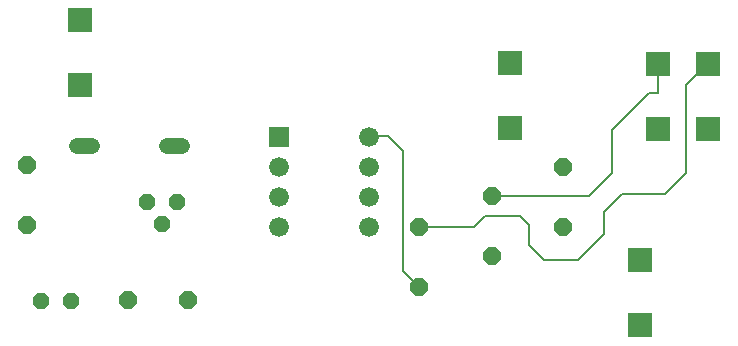
<source format=gbr>
G04 EAGLE Gerber RS-274X export*
G75*
%MOMM*%
%FSLAX34Y34*%
%LPD*%
%INBottom Copper*%
%IPPOS*%
%AMOC8*
5,1,8,0,0,1.08239X$1,22.5*%
G01*
%ADD10C,1.320800*%
%ADD11P,1.429621X8X202.500000*%
%ADD12R,1.676400X1.676400*%
%ADD13C,1.676400*%
%ADD14P,1.649562X8X112.500000*%
%ADD15P,1.649562X8X202.500000*%
%ADD16R,2.100000X2.100000*%
%ADD17C,0.203200*%


D10*
X91812Y372853D02*
X105020Y372853D01*
X168012Y372853D02*
X181220Y372853D01*
D11*
X151494Y325968D03*
X164194Y306918D03*
X176894Y325968D03*
D12*
X263316Y380995D03*
D13*
X263316Y355595D03*
X263316Y330195D03*
X263316Y304795D03*
X339516Y304795D03*
X339516Y330195D03*
X339516Y355595D03*
X339516Y380995D03*
D14*
X381831Y253923D03*
X381831Y304723D03*
X443636Y280170D03*
X443636Y330970D03*
X503747Y304725D03*
X503747Y355525D03*
X49993Y306435D03*
X49993Y357235D03*
D15*
X186356Y242574D03*
X135556Y242574D03*
D11*
X87292Y242066D03*
X61892Y242066D03*
D16*
X94817Y424575D03*
X94817Y479575D03*
X626306Y387325D03*
X584306Y387325D03*
X584306Y442325D03*
X626306Y442325D03*
X458847Y443172D03*
X458847Y388172D03*
X568903Y276395D03*
X568903Y221395D03*
D17*
X381831Y253923D02*
X368263Y267491D01*
X368263Y369110D01*
X355757Y381616D01*
X340138Y381616D01*
X339516Y380995D01*
X443636Y330970D02*
X525684Y330970D01*
X545199Y350485D02*
X545199Y386888D01*
X576522Y418212D01*
X584142Y418212D01*
X584142Y442161D01*
X584306Y442325D01*
X545199Y350485D02*
X525684Y330970D01*
X428324Y304723D02*
X381831Y304723D01*
X428324Y304723D02*
X437683Y314082D01*
X467313Y314082D01*
X474933Y306463D02*
X474933Y289531D01*
X487631Y276832D01*
X538426Y298843D02*
X538426Y317468D01*
X553665Y332707D01*
X625187Y442325D02*
X626306Y442325D01*
X474933Y306463D02*
X467313Y314082D01*
X487631Y276832D02*
X516415Y276832D01*
X538426Y298843D01*
X553665Y332707D02*
X590068Y332707D01*
X607846Y350485D01*
X607846Y424984D01*
X625187Y442325D01*
M02*

</source>
